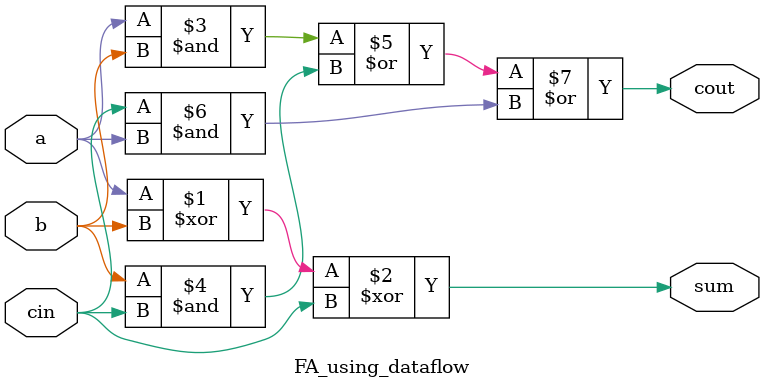
<source format=v>
`timescale 1ns / 1ps


module FA_using_dataflow(
    input a,b,cin,
    output sum,cout
    );
    
 
    assign#2 sum= a^b^cin;
    assign#5 cout=a&b|b&cin|cin&a;
endmodule

</source>
